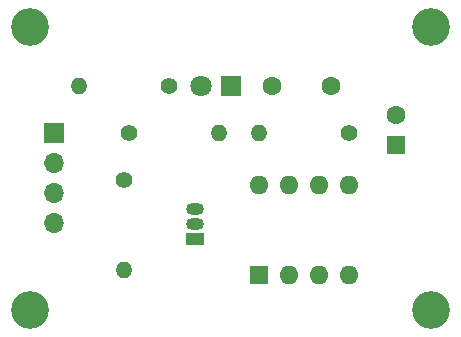
<source format=gbr>
%TF.GenerationSoftware,KiCad,Pcbnew,8.0.8*%
%TF.CreationDate,2025-01-21T12:15:44+05:30*%
%TF.ProjectId,555Timer,35353554-696d-4657-922e-6b696361645f,v1*%
%TF.SameCoordinates,Original*%
%TF.FileFunction,Soldermask,Top*%
%TF.FilePolarity,Negative*%
%FSLAX46Y46*%
G04 Gerber Fmt 4.6, Leading zero omitted, Abs format (unit mm)*
G04 Created by KiCad (PCBNEW 8.0.8) date 2025-01-21 12:15:44*
%MOMM*%
%LPD*%
G01*
G04 APERTURE LIST*
%ADD10C,3.200000*%
%ADD11R,1.600000X1.600000*%
%ADD12O,1.600000X1.600000*%
%ADD13C,1.400000*%
%ADD14O,1.400000X1.400000*%
%ADD15R,1.500000X1.050000*%
%ADD16O,1.500000X1.050000*%
%ADD17R,1.700000X1.700000*%
%ADD18O,1.700000X1.700000*%
%ADD19R,1.800000X1.800000*%
%ADD20C,1.800000*%
%ADD21C,1.600000*%
G04 APERTURE END LIST*
D10*
%TO.C,REF\u002A\u002A*%
X79930000Y-76620000D03*
%TD*%
%TO.C,REF\u002A\u002A*%
X113930000Y-76620000D03*
%TD*%
%TO.C,REF\u002A\u002A*%
X113930000Y-52620000D03*
%TD*%
%TO.C,REF\u002A\u002A*%
X79930000Y-52620000D03*
%TD*%
D11*
%TO.C,U1*%
X99310000Y-73620000D03*
D12*
X101850000Y-73620000D03*
X104390000Y-73620000D03*
X106930000Y-73620000D03*
X106930000Y-66000000D03*
X104390000Y-66000000D03*
X101850000Y-66000000D03*
X99310000Y-66000000D03*
%TD*%
D13*
%TO.C,R4*%
X87930000Y-65620000D03*
D14*
X87930000Y-73240000D03*
%TD*%
D13*
%TO.C,R3*%
X106930000Y-61620000D03*
D14*
X99310000Y-61620000D03*
%TD*%
D13*
%TO.C,R2*%
X88310000Y-61620000D03*
D14*
X95930000Y-61620000D03*
%TD*%
D13*
%TO.C,R1*%
X91740000Y-57620000D03*
D14*
X84120000Y-57620000D03*
%TD*%
D15*
%TO.C,MOSFET1*%
X93930000Y-70620000D03*
D16*
X93930000Y-69350000D03*
X93930000Y-68080000D03*
%TD*%
D17*
%TO.C,J1*%
X81930000Y-61620000D03*
D18*
X81930000Y-64160000D03*
X81930000Y-66700000D03*
X81930000Y-69240000D03*
%TD*%
D19*
%TO.C,D1*%
X96930000Y-57620000D03*
D20*
X94390000Y-57620000D03*
%TD*%
D11*
%TO.C,C2*%
X110930000Y-62620000D03*
D21*
X110930000Y-60120000D03*
%TD*%
%TO.C,C1*%
X100430000Y-57620000D03*
X105430000Y-57620000D03*
%TD*%
M02*

</source>
